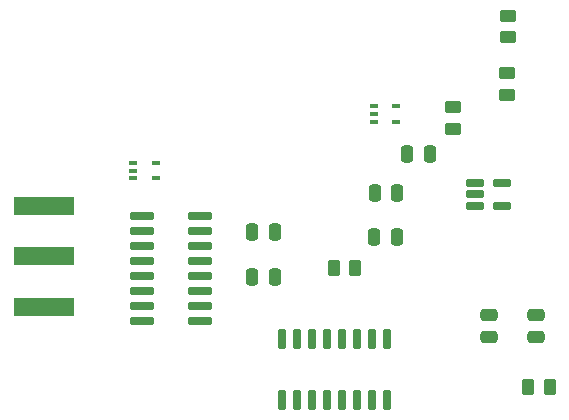
<source format=gbr>
%TF.GenerationSoftware,KiCad,Pcbnew,8.0.7*%
%TF.CreationDate,2025-10-24T17:03:05+02:00*%
%TF.ProjectId,Medidor_clk_PCB,4d656469-646f-4725-9f63-6c6b5f504342,rev?*%
%TF.SameCoordinates,Original*%
%TF.FileFunction,Paste,Top*%
%TF.FilePolarity,Positive*%
%FSLAX46Y46*%
G04 Gerber Fmt 4.6, Leading zero omitted, Abs format (unit mm)*
G04 Created by KiCad (PCBNEW 8.0.7) date 2025-10-24 17:03:05*
%MOMM*%
%LPD*%
G01*
G04 APERTURE LIST*
G04 Aperture macros list*
%AMRoundRect*
0 Rectangle with rounded corners*
0 $1 Rounding radius*
0 $2 $3 $4 $5 $6 $7 $8 $9 X,Y pos of 4 corners*
0 Add a 4 corners polygon primitive as box body*
4,1,4,$2,$3,$4,$5,$6,$7,$8,$9,$2,$3,0*
0 Add four circle primitives for the rounded corners*
1,1,$1+$1,$2,$3*
1,1,$1+$1,$4,$5*
1,1,$1+$1,$6,$7*
1,1,$1+$1,$8,$9*
0 Add four rect primitives between the rounded corners*
20,1,$1+$1,$2,$3,$4,$5,0*
20,1,$1+$1,$4,$5,$6,$7,0*
20,1,$1+$1,$6,$7,$8,$9,0*
20,1,$1+$1,$8,$9,$2,$3,0*%
G04 Aperture macros list end*
%ADD10RoundRect,0.250000X0.250000X0.475000X-0.250000X0.475000X-0.250000X-0.475000X0.250000X-0.475000X0*%
%ADD11RoundRect,0.250000X0.450000X-0.262500X0.450000X0.262500X-0.450000X0.262500X-0.450000X-0.262500X0*%
%ADD12RoundRect,0.250000X-0.475000X0.250000X-0.475000X-0.250000X0.475000X-0.250000X0.475000X0.250000X0*%
%ADD13RoundRect,0.100000X-0.225000X-0.100000X0.225000X-0.100000X0.225000X0.100000X-0.225000X0.100000X0*%
%ADD14RoundRect,0.075000X-0.910000X-0.225000X0.910000X-0.225000X0.910000X0.225000X-0.910000X0.225000X0*%
%ADD15RoundRect,0.250000X-0.250000X-0.475000X0.250000X-0.475000X0.250000X0.475000X-0.250000X0.475000X0*%
%ADD16RoundRect,0.150000X-0.650000X-0.150000X0.650000X-0.150000X0.650000X0.150000X-0.650000X0.150000X0*%
%ADD17RoundRect,0.250000X-0.262500X-0.450000X0.262500X-0.450000X0.262500X0.450000X-0.262500X0.450000X0*%
%ADD18RoundRect,0.150000X-0.150000X0.725000X-0.150000X-0.725000X0.150000X-0.725000X0.150000X0.725000X0*%
%ADD19R,5.080000X1.500000*%
%ADD20RoundRect,0.250000X-0.450000X0.262500X-0.450000X-0.262500X0.450000X-0.262500X0.450000X0.262500X0*%
%ADD21RoundRect,0.250000X0.262500X0.450000X-0.262500X0.450000X-0.262500X-0.450000X0.262500X-0.450000X0*%
G04 APERTURE END LIST*
D10*
%TO.C,C8*%
X153350000Y-91850000D03*
X155250000Y-91850000D03*
%TD*%
D11*
%TO.C,R3*%
X161850000Y-82012500D03*
X161850000Y-80187500D03*
%TD*%
D12*
%TO.C,C3*%
X160250000Y-105500000D03*
X160250000Y-107400000D03*
%TD*%
D13*
%TO.C,U1*%
X130150000Y-92650000D03*
X130150000Y-93300000D03*
X130150000Y-93950000D03*
X132050000Y-93950000D03*
X132050000Y-92650000D03*
%TD*%
D14*
%TO.C,U2*%
X130875000Y-97130000D03*
X130875000Y-98400000D03*
X130875000Y-99670000D03*
X130875000Y-100940000D03*
X130875000Y-102210000D03*
X130875000Y-103480000D03*
X130875000Y-104750000D03*
X130875000Y-106020000D03*
X135825000Y-106020000D03*
X135825000Y-104750000D03*
X135825000Y-103480000D03*
X135825000Y-102210000D03*
X135825000Y-100940000D03*
X135825000Y-99670000D03*
X135825000Y-98400000D03*
X135825000Y-97130000D03*
%TD*%
D15*
%TO.C,C5*%
X140250000Y-102300000D03*
X142150000Y-102300000D03*
%TD*%
D16*
%TO.C,U5*%
X159100000Y-94337500D03*
X159100000Y-95287500D03*
X159100000Y-96237500D03*
X161400000Y-96237500D03*
X161400000Y-94337500D03*
%TD*%
D17*
%TO.C,R5*%
X163587500Y-111600000D03*
X165412500Y-111600000D03*
%TD*%
D11*
%TO.C,R4*%
X161800000Y-86862500D03*
X161800000Y-85037500D03*
%TD*%
D13*
%TO.C,U3*%
X150500000Y-87850000D03*
X150500000Y-88500000D03*
X150500000Y-89150000D03*
X152400000Y-89150000D03*
X152400000Y-87850000D03*
%TD*%
D15*
%TO.C,C6*%
X150550000Y-98900000D03*
X152450000Y-98900000D03*
%TD*%
D18*
%TO.C,U6*%
X151630000Y-107525000D03*
X150360000Y-107525000D03*
X149090000Y-107525000D03*
X147820000Y-107525000D03*
X146550000Y-107525000D03*
X145280000Y-107525000D03*
X144010000Y-107525000D03*
X142740000Y-107525000D03*
X142740000Y-112675000D03*
X144010000Y-112675000D03*
X145280000Y-112675000D03*
X146550000Y-112675000D03*
X147820000Y-112675000D03*
X149090000Y-112675000D03*
X150360000Y-112675000D03*
X151630000Y-112675000D03*
%TD*%
D19*
%TO.C,J1*%
X122562500Y-100550000D03*
X122562500Y-104800000D03*
X122562500Y-96300000D03*
%TD*%
D12*
%TO.C,C2*%
X164250000Y-105500000D03*
X164250000Y-107400000D03*
%TD*%
D20*
%TO.C,R6*%
X157250000Y-87937500D03*
X157250000Y-89762500D03*
%TD*%
D15*
%TO.C,C7*%
X150600000Y-95150000D03*
X152500000Y-95150000D03*
%TD*%
D21*
%TO.C,R2*%
X148962500Y-101500000D03*
X147137500Y-101500000D03*
%TD*%
D15*
%TO.C,C4*%
X140250000Y-98450000D03*
X142150000Y-98450000D03*
%TD*%
M02*

</source>
